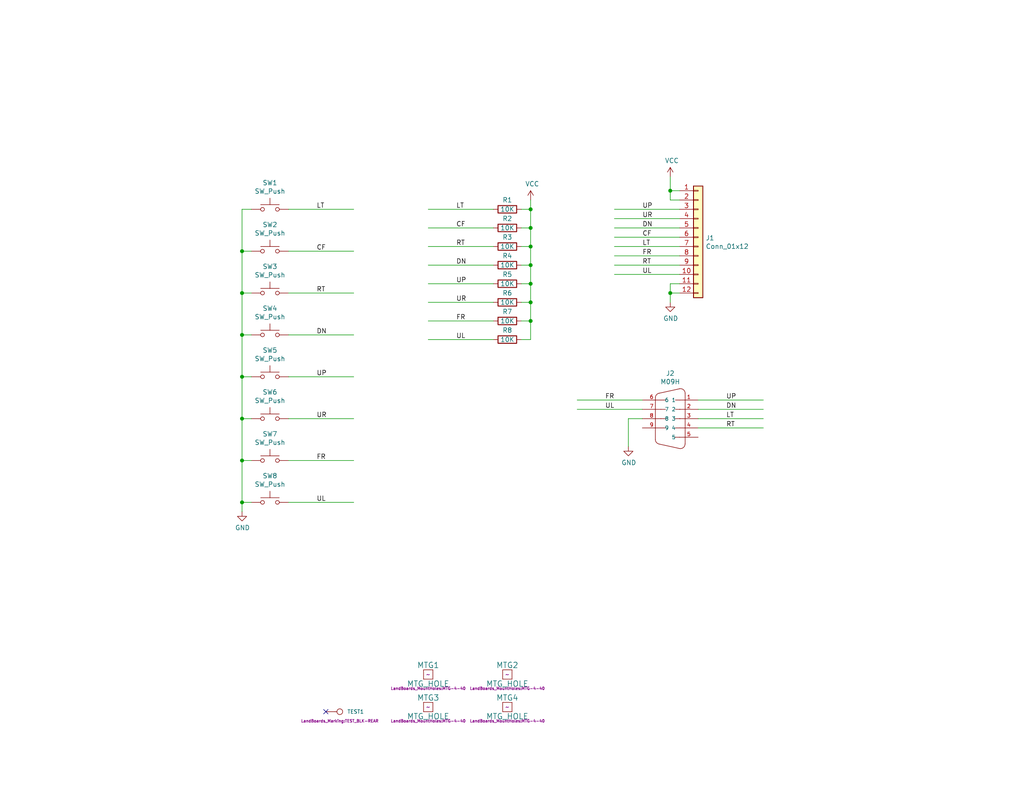
<source format=kicad_sch>
(kicad_sch (version 20211123) (generator eeschema)
  (paper "A")
  (title_block (title "JOYPAD") (date "2022-08-21") (rev "3") (company "land-boards.com") (comment 1 "8 button joypad"))
  (lib_symbols
    (symbol "Connector_Generic:Conn_01x12" (pin_names (offset 1.016) hide)
      (property "Reference" "J" (at 0 15.24 0))
      (property "Value" "Conn_01x12" (at 0 -17.78 0))
      (symbol "Conn_01x12_1_1"
        (rectangle (start -1.27 -15.113) (end 0 -15.367) (stroke (width 0.1524)))
        (rectangle (start -1.27 -12.573) (end 0 -12.827) (stroke (width 0.1524)))
        (rectangle (start -1.27 -10.033) (end 0 -10.287) (stroke (width 0.1524)))
        (rectangle (start -1.27 -7.493) (end 0 -7.747) (stroke (width 0.1524)))
        (rectangle (start -1.27 -4.953) (end 0 -5.207) (stroke (width 0.1524)))
        (rectangle (start -1.27 -2.413) (end 0 -2.667) (stroke (width 0.1524)))
        (rectangle (start -1.27 0.127) (end 0 -0.127) (stroke (width 0.1524)))
        (rectangle (start -1.27 2.667) (end 0 2.413) (stroke (width 0.1524)))
        (rectangle (start -1.27 5.207) (end 0 4.953) (stroke (width 0.1524)))
        (rectangle (start -1.27 7.747) (end 0 7.493) (stroke (width 0.1524)))
        (rectangle (start -1.27 10.287) (end 0 10.033) (stroke (width 0.1524)))
        (rectangle (start -1.27 12.827) (end 0 12.573) (stroke (width 0.1524)))
        (rectangle (start -1.27 13.97) (end 1.27 -16.51) (stroke (width 0.254)) (fill (type background)))
        (pin passive line (at -5.08 12.7 0) (length 3.81) (name "Pin_1") (number "1"))
        (pin passive line (at -5.08 -10.16 0) (length 3.81) (name "Pin_10") (number "10"))
        (pin passive line (at -5.08 -12.7 0) (length 3.81) (name "Pin_11") (number "11"))
        (pin passive line (at -5.08 -15.24 0) (length 3.81) (name "Pin_12") (number "12"))
        (pin passive line (at -5.08 10.16 0) (length 3.81) (name "Pin_2") (number "2"))
        (pin passive line (at -5.08 7.62 0) (length 3.81) (name "Pin_3") (number "3"))
        (pin passive line (at -5.08 5.08 0) (length 3.81) (name "Pin_4") (number "4"))
        (pin passive line (at -5.08 2.54 0) (length 3.81) (name "Pin_5") (number "5"))
        (pin passive line (at -5.08 0 0) (length 3.81) (name "Pin_6") (number "6"))
        (pin passive line (at -5.08 -2.54 0) (length 3.81) (name "Pin_7") (number "7"))
        (pin passive line (at -5.08 -5.08 0) (length 3.81) (name "Pin_8") (number "8"))
        (pin passive line (at -5.08 -7.62 0) (length 3.81) (name "Pin_9") (number "9"))
      )
    )
    (symbol "Device:R" (pin_numbers hide) (pin_names (offset 0))
      (property "Reference" "R" (at 2.032 0 90))
      (property "Value" "R" (at 0 0 90))
      (symbol "R_0_1"
        (rectangle (start -1.016 -2.54) (end 1.016 2.54) (stroke (width 0.254)))
      )
      (symbol "R_1_1"
        (pin passive line (at 0 3.81 270) (length 1.27) (name "~") (number "1"))
        (pin passive line (at 0 -3.81 90) (length 1.27) (name "~") (number "2"))
      )
    )
    (symbol "JoyPad-rescue:CONN_1-FrontPanel-rescue" (pin_numbers hide) (pin_names (offset 0.762) hide)
      (property "Reference" "P" (at 2.032 0 0))
      (symbol "CONN_1-FrontPanel-rescue_0_1"
        (polyline (pts (xy -0.762 0) (xy -1.27 0)))
        (circle (center 0 0) (radius 0.7874))
      )
      (symbol "CONN_1-FrontPanel-rescue_1_1"
        (pin passive line (at -3.81 0 0) (length 2.54) (name "1") (number "1"))
      )
    )
    (symbol "JoyPad-rescue:MTG_HOLE-FrontPanel-rescue" (pin_names (offset 1.016))
      (property "Reference" "MTG?" (at 0 2.54 0))
      (property "Value" "MTG_HOLE-FrontPanel-rescue" (at 0 -2.54 0))
      (symbol "MTG_HOLE-FrontPanel-rescue_0_1"
        (rectangle (start -1.27 -1.27) (end 1.27 -1.27))
        (rectangle (start -1.27 1.27) (end -1.27 -1.27))
        (rectangle (start 1.27 1.27) (end -1.27 1.27))
        (rectangle (start 1.27 1.27) (end 1.27 -1.27))
      )
    )
    (symbol "Switch:SW_Push" (pin_numbers hide) (pin_names (offset 1.016) hide)
      (property "Reference" "SW" (at 1.27 2.54 0))
      (property "Value" "SW_Push" (at 0 -1.524 0))
      (symbol "SW_Push_0_1"
        (circle (center -2.032 0) (radius 0.508))
        (polyline (pts (xy 0 1.27) (xy 0 3.048)))
        (polyline (pts (xy 2.54 1.27) (xy -2.54 1.27)))
        (circle (center 2.032 0) (radius 0.508))
        (pin passive line (at -5.08 0 0) (length 2.54) (name "1") (number "1"))
        (pin passive line (at 5.08 0 180) (length 2.54) (name "2") (number "2"))
      )
    )
    (symbol "con-subd:M09H" (pin_names (offset 1.016))
      (property "Reference" "X" (at -3.81 8.89 0))
      (property "Value" "con-subd_M09H" (at -3.81 -10.795 0))
      (symbol "M09H_1_0"
        (polyline (pts (xy -4.064 5.6896) (xy -4.064 -5.6896)))
        (polyline (pts (xy -2.54 -2.54) (xy -1.27 -2.54)))
        (polyline (pts (xy -2.54 0) (xy -1.27 0)))
        (polyline (pts (xy -2.54 2.54) (xy -1.27 2.54)))
        (polyline (pts (xy -2.54 5.08) (xy -1.27 5.08)))
        (polyline (pts (xy 1.27 -5.08) (xy 2.54 -5.08)))
        (polyline (pts (xy 1.397 -2.54) (xy 2.667 -2.54)))
        (polyline (pts (xy 1.397 0) (xy 2.667 0)))
        (polyline (pts (xy 1.397 2.54) (xy 2.667 2.54)))
        (polyline (pts (xy 1.397 5.08) (xy 2.667 5.08)))
        (polyline (pts (xy 2.5146 -8.1534) (xy -3.048 -6.9342)))
        (polyline (pts (xy 2.5146 8.1534) (xy -3.048 6.9342)))
        (polyline (pts (xy 4.064 6.9088) (xy 4.064 -6.9088)))
      )
      (symbol "M09H_1_1"
        (arc (start -4.064 -5.6896) (mid -3.7777 -6.4929) (end -3.048 -6.9342))
        (arc (start -3.048 6.9342) (mid -3.7779 6.493) (end -4.064 5.6896))
        (arc (start 2.5146 -8.1534) (mid 3.572 -7.8928) (end 4.0386 -6.9088))
        (arc (start 4.064 6.9088) (mid 3.5866 7.9012) (end 2.5146 8.1534))
        (pin passive line (at 7.62 5.08 180) (length 5.08) (name "1") (number "1"))
        (pin passive line (at 7.62 2.54 180) (length 5.08) (name "2") (number "2"))
        (pin passive line (at 7.62 0 180) (length 5.08) (name "3") (number "3"))
        (pin passive line (at 7.62 -2.54 180) (length 5.08) (name "4") (number "4"))
        (pin passive line (at 7.62 -5.08 180) (length 5.08) (name "5") (number "5"))
        (pin passive line (at -7.62 5.08 0) (length 5.08) (name "6") (number "6"))
        (pin passive line (at -7.62 2.54 0) (length 5.08) (name "7") (number "7"))
        (pin passive line (at -7.62 0 0) (length 5.08) (name "8") (number "8"))
        (pin passive line (at -7.62 -2.54 0) (length 5.08) (name "9") (number "9"))
      )
    )
    (symbol "power:GND" (power) (pin_names (offset 0))
      (property "Value" "GND" (at 0 -3.81 0))
      (symbol "GND_0_1"
        (polyline (pts (xy 0 0) (xy 0 -1.27) (xy 1.27 -1.27) (xy 0 -2.54) (xy -1.27 -1.27) (xy 0 -1.27)))
      )
      (symbol "GND_1_1"
        (pin power_in line (at 0 0 270) (length 0) hide (name "GND") (number "1"))
      )
    )
    (symbol "power:VCC" (power) (pin_names (offset 0))
      (property "Value" "VCC" (at 0 3.81 0))
      (symbol "VCC_0_1"
        (polyline (pts (xy -0.762 1.27) (xy 0 2.54)))
        (polyline (pts (xy 0 0) (xy 0 2.54)))
        (polyline (pts (xy 0 2.54) (xy 0.762 1.27)))
      )
      (symbol "VCC_1_1"
        (pin power_in line (at 0 0 90) (length 0) hide (name "VCC") (number "1"))
      )
    )
  )
  (junction (at 144.78 62.23))
  (junction (at 66.04 114.3))
  (junction (at 182.88 80.01))
  (junction (at 144.78 82.55))
  (junction (at 66.04 102.87))
  (junction (at 144.78 57.15))
  (junction (at 66.04 91.44))
  (junction (at 182.88 52.07))
  (junction (at 66.04 68.58))
  (junction (at 66.04 137.16))
  (junction (at 66.04 125.73))
  (junction (at 144.78 87.63))
  (junction (at 144.78 77.47))
  (junction (at 144.78 67.31))
  (junction (at 144.78 72.39))
  (junction (at 66.04 80.01))
  (no_connect (at 88.9 194.31))
  (wire (pts (xy 116.84 67.31) (xy 134.62 67.31)))
  (wire (pts (xy 68.58 68.58) (xy 66.04 68.58)))
  (wire (pts (xy 157.48 109.22) (xy 175.26 109.22)))
  (wire (pts (xy 142.24 57.15) (xy 144.78 57.15)))
  (wire (pts (xy 66.04 57.15) (xy 66.04 68.58)))
  (wire (pts (xy 171.45 114.3) (xy 175.26 114.3)))
  (wire (pts (xy 68.58 91.44) (xy 66.04 91.44)))
  (wire (pts (xy 144.78 82.55) (xy 144.78 87.63)))
  (wire (pts (xy 144.78 62.23) (xy 144.78 67.31)))
  (wire (pts (xy 182.88 54.61) (xy 182.88 52.07)))
  (wire (pts (xy 167.64 64.77) (xy 185.42 64.77)))
  (wire (pts (xy 66.04 137.16) (xy 66.04 139.7)))
  (wire (pts (xy 142.24 72.39) (xy 144.78 72.39)))
  (wire (pts (xy 182.88 80.01) (xy 182.88 82.55)))
  (wire (pts (xy 66.04 80.01) (xy 66.04 91.44)))
  (wire (pts (xy 68.58 137.16) (xy 66.04 137.16)))
  (wire (pts (xy 78.74 102.87) (xy 96.52 102.87)))
  (wire (pts (xy 116.84 72.39) (xy 134.62 72.39)))
  (wire (pts (xy 66.04 102.87) (xy 66.04 114.3)))
  (wire (pts (xy 116.84 62.23) (xy 134.62 62.23)))
  (wire (pts (xy 167.64 67.31) (xy 185.42 67.31)))
  (wire (pts (xy 78.74 68.58) (xy 96.52 68.58)))
  (wire (pts (xy 167.64 57.15) (xy 185.42 57.15)))
  (wire (pts (xy 116.84 82.55) (xy 134.62 82.55)))
  (wire (pts (xy 144.78 67.31) (xy 144.78 72.39)))
  (wire (pts (xy 78.74 125.73) (xy 96.52 125.73)))
  (wire (pts (xy 182.88 52.07) (xy 182.88 48.26)))
  (wire (pts (xy 68.58 102.87) (xy 66.04 102.87)))
  (wire (pts (xy 167.64 72.39) (xy 185.42 72.39)))
  (wire (pts (xy 167.64 59.69) (xy 185.42 59.69)))
  (wire (pts (xy 78.74 57.15) (xy 96.52 57.15)))
  (wire (pts (xy 190.5 111.76) (xy 208.28 111.76)))
  (wire (pts (xy 66.04 125.73) (xy 66.04 137.16)))
  (wire (pts (xy 116.84 57.15) (xy 134.62 57.15)))
  (wire (pts (xy 78.74 114.3) (xy 96.52 114.3)))
  (wire (pts (xy 185.42 80.01) (xy 182.88 80.01)))
  (wire (pts (xy 190.5 114.3) (xy 208.28 114.3)))
  (wire (pts (xy 185.42 77.47) (xy 182.88 77.47)))
  (wire (pts (xy 116.84 92.71) (xy 134.62 92.71)))
  (wire (pts (xy 190.5 116.84) (xy 208.28 116.84)))
  (wire (pts (xy 144.78 77.47) (xy 144.78 82.55)))
  (wire (pts (xy 142.24 62.23) (xy 144.78 62.23)))
  (wire (pts (xy 182.88 77.47) (xy 182.88 80.01)))
  (wire (pts (xy 171.45 114.3) (xy 171.45 121.92)))
  (wire (pts (xy 185.42 54.61) (xy 182.88 54.61)))
  (wire (pts (xy 68.58 114.3) (xy 66.04 114.3)))
  (wire (pts (xy 142.24 67.31) (xy 144.78 67.31)))
  (wire (pts (xy 144.78 57.15) (xy 144.78 62.23)))
  (wire (pts (xy 68.58 125.73) (xy 66.04 125.73)))
  (wire (pts (xy 190.5 109.22) (xy 208.28 109.22)))
  (wire (pts (xy 157.48 111.76) (xy 175.26 111.76)))
  (wire (pts (xy 68.58 80.01) (xy 66.04 80.01)))
  (wire (pts (xy 144.78 54.61) (xy 144.78 57.15)))
  (wire (pts (xy 167.64 69.85) (xy 185.42 69.85)))
  (wire (pts (xy 78.74 91.44) (xy 96.52 91.44)))
  (wire (pts (xy 144.78 87.63) (xy 144.78 92.71)))
  (wire (pts (xy 116.84 87.63) (xy 134.62 87.63)))
  (wire (pts (xy 142.24 82.55) (xy 144.78 82.55)))
  (wire (pts (xy 144.78 72.39) (xy 144.78 77.47)))
  (wire (pts (xy 167.64 62.23) (xy 185.42 62.23)))
  (wire (pts (xy 78.74 137.16) (xy 96.52 137.16)))
  (wire (pts (xy 142.24 77.47) (xy 144.78 77.47)))
  (wire (pts (xy 142.24 87.63) (xy 144.78 87.63)))
  (wire (pts (xy 68.58 57.15) (xy 66.04 57.15)))
  (wire (pts (xy 167.64 74.93) (xy 185.42 74.93)))
  (wire (pts (xy 66.04 114.3) (xy 66.04 125.73)))
  (wire (pts (xy 185.42 52.07) (xy 182.88 52.07)))
  (wire (pts (xy 144.78 92.71) (xy 142.24 92.71)))
  (wire (pts (xy 66.04 68.58) (xy 66.04 80.01)))
  (wire (pts (xy 116.84 77.47) (xy 134.62 77.47)))
  (wire (pts (xy 66.04 91.44) (xy 66.04 102.87)))
  (wire (pts (xy 78.74 80.01) (xy 96.52 80.01)))
  (label "RT" (at 198.12 116.84 0))
  (label "FR" (at 165.1 109.22 0))
  (label "LT" (at 175.26 67.31 0))
  (label "CF" (at 86.36 68.58 0))
  (label "DN" (at 198.12 111.76 0))
  (label "UL" (at 165.1 111.76 0))
  (label "RT" (at 86.36 80.01 0))
  (label "FR" (at 86.36 125.73 0))
  (label "UL" (at 124.46 92.71 0))
  (label "DN" (at 124.46 72.39 0))
  (label "CF" (at 124.46 62.23 0))
  (label "FR" (at 175.26 69.85 0))
  (label "UP" (at 124.46 77.47 0))
  (label "FR" (at 124.46 87.63 0))
  (label "RT" (at 175.26 72.39 0))
  (label "UP" (at 198.12 109.22 0))
  (label "DN" (at 86.36 91.44 0))
  (label "UR" (at 124.46 82.55 0))
  (label "LT" (at 86.36 57.15 0))
  (label "UL" (at 86.36 137.16 0))
  (label "LT" (at 198.12 114.3 0))
  (label "DN" (at 175.26 62.23 0))
  (label "RT" (at 124.46 67.31 0))
  (label "UP" (at 86.36 102.87 0))
  (label "UL" (at 175.26 74.93 0))
  (label "LT" (at 124.46 57.15 0))
  (label "UR" (at 175.26 59.69 0))
  (label "UP" (at 175.26 57.15 0))
  (label "UR" (at 86.36 114.3 0))
  (label "CF" (at 175.26 64.77 0))
  (symbol (lib_id "JoyPad-rescue:MTG_HOLE-FrontPanel-rescue") (at 138.43 193.04 0) (unit 1)
    (property "Reference" "MTG4" (at 138.43 190.5 0) (effects (font (size 1.524 1.524))))
    (property "Value" "MTG_HOLE" (at 138.43 195.58 0) (effects (font (size 1.524 1.524))))
    (property "Footprint" "LandBoards_MountHoles:MTG-4-40" (at 138.43 196.85 0) (effects (font (size 0.762 0.762))))
    (property "Datasheet" "~" (at 138.43 193.04 0) (effects (font (size 1.524 1.524))))
  )
  (symbol (lib_id "JoyPad-rescue:MTG_HOLE-FrontPanel-rescue") (at 116.84 193.04 0) (unit 1)
    (property "Reference" "MTG3" (at 116.84 190.5 0) (effects (font (size 1.524 1.524))))
    (property "Value" "MTG_HOLE" (at 116.84 195.58 0) (effects (font (size 1.524 1.524))))
    (property "Footprint" "LandBoards_MountHoles:MTG-4-40" (at 116.84 196.85 0) (effects (font (size 0.762 0.762))))
    (property "Datasheet" "~" (at 116.84 193.04 0) (effects (font (size 1.524 1.524))))
  )
  (symbol (lib_id "JoyPad-rescue:MTG_HOLE-FrontPanel-rescue") (at 138.43 184.15 0) (unit 1)
    (property "Reference" "MTG2" (at 138.43 181.61 0) (effects (font (size 1.524 1.524))))
    (property "Value" "MTG_HOLE" (at 138.43 186.69 0) (effects (font (size 1.524 1.524))))
    (property "Footprint" "LandBoards_MountHoles:MTG-4-40" (at 138.43 187.96 0) (effects (font (size 0.762 0.762))))
    (property "Datasheet" "~" (at 138.43 184.15 0) (effects (font (size 1.524 1.524))))
  )
  (symbol (lib_id "JoyPad-rescue:MTG_HOLE-FrontPanel-rescue") (at 116.84 184.15 0) (unit 1)
    (property "Reference" "MTG1" (at 116.84 181.61 0) (effects (font (size 1.524 1.524))))
    (property "Value" "MTG_HOLE" (at 116.84 186.69 0) (effects (font (size 1.524 1.524))))
    (property "Footprint" "LandBoards_MountHoles:MTG-4-40" (at 116.84 187.96 0) (effects (font (size 0.762 0.762))))
    (property "Datasheet" "~" (at 116.84 184.15 0) (effects (font (size 1.524 1.524))))
  )
  (symbol (lib_id "JoyPad-rescue:CONN_1-FrontPanel-rescue") (at 92.71 194.31 0) (unit 1)
    (property "Reference" "TEST1" (at 94.742 194.31 0) (effects (font (size 1.016 1.016)) (justify left)))
    (property "Value" "CONN_1" (effects hide))
    (property "Footprint" "LandBoards_Marking:TEST_BLK-REAR" (at 92.71 196.85 0) (effects (font (size 0.762 0.762))))
  )
  (symbol (lib_id "Connector_Generic:Conn_01x12") (at 190.5 64.77 0) (unit 1)
    (property "Reference" "J1" (at 192.532 64.9732 0) (effects (justify left)))
    (property "Value" "Conn_01x12" (at 192.532 67.2846 0) (effects (justify left)))
    (property "Footprint" "Connector_PinHeader_2.54mm:PinHeader_1x12_P2.54mm_Vertical" (effects hide))
  )
  (symbol (lib_id "power:GND") (at 182.88 82.55 0) (unit 1)
    (property "Reference" "#PWR03" (effects hide))
    (property "Value" "GND" (at 183.007 86.9442 0))
  )
  (symbol (lib_id "Device:R") (at 138.43 57.15 270) (unit 1)
    (property "Reference" "R1" (at 138.43 54.61 90))
    (property "Value" "10K" (at 138.43 57.15 90))
    (property "Footprint" "Resistor_SMD:R_0805_2012Metric_Pad1.15x1.40mm_HandSolder" (effects hide))
  )
  (symbol (lib_id "Device:R") (at 138.43 62.23 270) (unit 1)
    (property "Reference" "R2" (at 138.43 59.69 90))
    (property "Value" "10K" (at 138.43 62.23 90))
    (property "Footprint" "Resistor_SMD:R_0805_2012Metric_Pad1.15x1.40mm_HandSolder" (effects hide))
  )
  (symbol (lib_id "Device:R") (at 138.43 67.31 270) (unit 1)
    (property "Reference" "R3" (at 138.43 64.77 90))
    (property "Value" "10K" (at 138.43 67.31 90))
    (property "Footprint" "Resistor_SMD:R_0805_2012Metric_Pad1.15x1.40mm_HandSolder" (effects hide))
  )
  (symbol (lib_id "Device:R") (at 138.43 72.39 270) (unit 1)
    (property "Reference" "R4" (at 138.43 69.85 90))
    (property "Value" "10K" (at 138.43 72.39 90))
    (property "Footprint" "Resistor_SMD:R_0805_2012Metric_Pad1.15x1.40mm_HandSolder" (effects hide))
  )
  (symbol (lib_id "Device:R") (at 138.43 77.47 270) (unit 1)
    (property "Reference" "R5" (at 138.43 74.93 90))
    (property "Value" "10K" (at 138.43 77.47 90))
    (property "Footprint" "Resistor_SMD:R_0805_2012Metric_Pad1.15x1.40mm_HandSolder" (effects hide))
  )
  (symbol (lib_id "Device:R") (at 138.43 82.55 270) (unit 1)
    (property "Reference" "R6" (at 138.43 80.01 90))
    (property "Value" "10K" (at 138.43 82.55 90))
    (property "Footprint" "Resistor_SMD:R_0805_2012Metric_Pad1.15x1.40mm_HandSolder" (effects hide))
  )
  (symbol (lib_id "Device:R") (at 138.43 87.63 270) (unit 1)
    (property "Reference" "R7" (at 138.43 85.09 90))
    (property "Value" "10K" (at 138.43 87.63 90))
    (property "Footprint" "Resistor_SMD:R_0805_2012Metric_Pad1.15x1.40mm_HandSolder" (effects hide))
  )
  (symbol (lib_id "Device:R") (at 138.43 92.71 270) (unit 1)
    (property "Reference" "R8" (at 138.43 90.17 90))
    (property "Value" "10K" (at 138.43 92.71 90))
    (property "Footprint" "Resistor_SMD:R_0805_2012Metric_Pad1.15x1.40mm_HandSolder" (effects hide))
  )
  (symbol (lib_id "power:VCC") (at 182.88 48.26 0) (unit 1)
    (property "Reference" "#PWR02" (effects hide))
    (property "Value" "VCC" (at 183.3118 43.8658 0))
  )
  (symbol (lib_id "power:VCC") (at 144.78 54.61 0) (unit 1)
    (property "Reference" "#PWR01" (effects hide))
    (property "Value" "VCC" (at 145.2118 50.2158 0))
  )
  (symbol (lib_id "con-subd:M09H") (at 182.88 114.3 0) (unit 1)
    (property "Reference" "J2" (at 182.88 101.9302 0))
    (property "Value" "M09H" (at 182.88 104.2416 0))
    (property "Footprint" "Connector_Dsub:DSUB-9_Female_Horizontal_P2.77x2.84mm_EdgePinOffset4.94mm_Housed_MountingHolesOffset7.48mm" (effects hide))
  )
  (symbol (lib_id "power:GND") (at 171.45 121.92 0) (unit 1)
    (property "Reference" "#PWR0101" (effects hide))
    (property "Value" "GND" (at 171.577 126.3142 0))
  )
  (symbol (lib_id "power:GND") (at 66.04 139.7 0) (unit 1)
    (property "Reference" "#PWR0115" (effects hide))
    (property "Value" "GND" (at 66.167 144.0942 0))
  )
  (symbol (lib_id "Switch:SW_Push") (at 73.66 57.15 0) (unit 1)
    (property "Reference" "SW1" (at 73.66 49.911 0))
    (property "Value" "SW_Push" (at 73.66 52.2224 0))
    (property "Footprint" "Button_Switch_THT:SW_PUSH_6mm" (effects hide))
  )
  (symbol (lib_id "Switch:SW_Push") (at 73.66 68.58 0) (unit 1)
    (property "Reference" "SW2" (at 73.66 61.341 0))
    (property "Value" "SW_Push" (at 73.66 63.6524 0))
    (property "Footprint" "Button_Switch_THT:SW_PUSH_6mm" (effects hide))
  )
  (symbol (lib_id "Switch:SW_Push") (at 73.66 80.01 0) (unit 1)
    (property "Reference" "SW3" (at 73.66 72.771 0))
    (property "Value" "SW_Push" (at 73.66 75.0824 0))
    (property "Footprint" "Button_Switch_THT:SW_PUSH_6mm" (effects hide))
  )
  (symbol (lib_id "Switch:SW_Push") (at 73.66 91.44 0) (unit 1)
    (property "Reference" "SW4" (at 73.66 84.201 0))
    (property "Value" "SW_Push" (at 73.66 86.5124 0))
    (property "Footprint" "Button_Switch_THT:SW_PUSH_6mm" (effects hide))
  )
  (symbol (lib_id "Switch:SW_Push") (at 73.66 102.87 0) (unit 1)
    (property "Reference" "SW5" (at 73.66 95.631 0))
    (property "Value" "SW_Push" (at 73.66 97.9424 0))
    (property "Footprint" "Button_Switch_THT:SW_PUSH_6mm" (effects hide))
  )
  (symbol (lib_id "Switch:SW_Push") (at 73.66 114.3 0) (unit 1)
    (property "Reference" "SW6" (at 73.66 107.061 0))
    (property "Value" "SW_Push" (at 73.66 109.3724 0))
    (property "Footprint" "Button_Switch_THT:SW_PUSH_6mm" (effects hide))
  )
  (symbol (lib_id "Switch:SW_Push") (at 73.66 125.73 0) (unit 1)
    (property "Reference" "SW7" (at 73.66 118.491 0))
    (property "Value" "SW_Push" (at 73.66 120.8024 0))
    (property "Footprint" "Button_Switch_THT:SW_PUSH_6mm" (effects hide))
  )
  (symbol (lib_id "Switch:SW_Push") (at 73.66 137.16 0) (unit 1)
    (property "Reference" "SW8" (at 73.66 129.921 0))
    (property "Value" "SW_Push" (at 73.66 132.2324 0))
    (property "Footprint" "Button_Switch_THT:SW_PUSH_6mm" (effects hide))
  )
)
</source>
